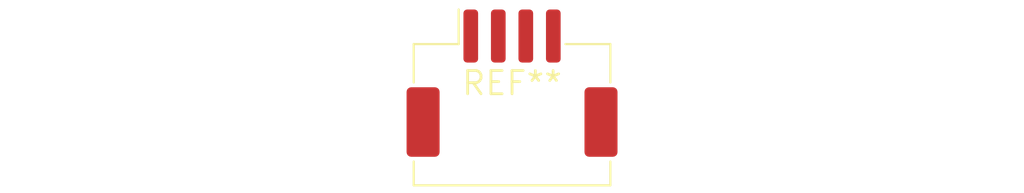
<source format=kicad_pcb>
(kicad_pcb (version 20240108) (generator pcbnew)
  (layers (0 "F.Cu" signal) (31 "B.Cu" signal) (34 "B.Paste" user) (35 "F.Paste" user) (36 "B.SilkS" user "B.Silkscreen") (37 "F.SilkS" user "F.Silkscreen") (38 "B.Mask" user) (39 "F.Mask" user) (44 "Edge.Cuts" user))
  (net 0 "")
  (footprint "JST_ZE_SM04B-ZESS-TB_1x04-1MP_P1.50mm_Horizontal" (layer "F.Cu") (at 0 0)
    (property "Reference" "REF**")
    (property "Value" "JST_ZE_SM04B-ZESS-TB_1x04-1MP_P1.50mm_Horizontal")
    (fp_line (start -5.36 -2.135) (end -2.91 -2.135) (layer "F.SilkS") (stroke (width 0.12)))
    (fp_line (start -5.36 -0.035) (end -5.36 -2.135) (layer "F.SilkS") (stroke (width 0.12)))
    (fp_line (start -5.36 4.285) (end -5.36 5.585) (layer "F.SilkS") (stroke (width 0.12)))
    (fp_line (start -5.36 5.585) (end 5.36 5.585) (layer "F.SilkS") (stroke (width 0.12)))
    (fp_line (start -2.91 -2.135) (end -2.91 -4.025) (layer "F.SilkS") (stroke (width 0.12)))
    (fp_line (start 5.36 -2.135) (end 2.91 -2.135) (layer "F.SilkS") (stroke (width 0.12)))
    (fp_line (start 5.36 -0.035) (end 5.36 -2.135) (layer "F.SilkS") (stroke (width 0.12)))
    (fp_line (start 5.36 5.585) (end 5.36 4.285) (layer "F.SilkS") (stroke (width 0.12)))
    (pad "1" smd roundrect (at -2.25 -2.575) (size 0.8 2.9) (layers "F.Cu" "F.Paste" "F.Mask"))
    (pad "2" smd roundrect (at -0.75 -2.575) (size 0.8 2.9) (layers "F.Cu" "F.Paste" "F.Mask"))
    (pad "3" smd roundrect (at 0.75 -2.575) (size 0.8 2.9) (layers "F.Cu" "F.Paste" "F.Mask"))
    (pad "4" smd roundrect (at 2.25 -2.575) (size 0.8 2.9) (layers "F.Cu" "F.Paste" "F.Mask"))
    (pad "MP" smd roundrect (at -4.85 2.125) (size 1.8 3.8) (layers "F.Cu" "F.Paste" "F.Mask") (roundrect_rratio 0.138889))
    (pad "MP" smd roundrect (at 4.85 2.125) (size 1.8 3.8) (layers "F.Cu" "F.Paste" "F.Mask") (roundrect_rratio 0.138889))
  )
)
</source>
